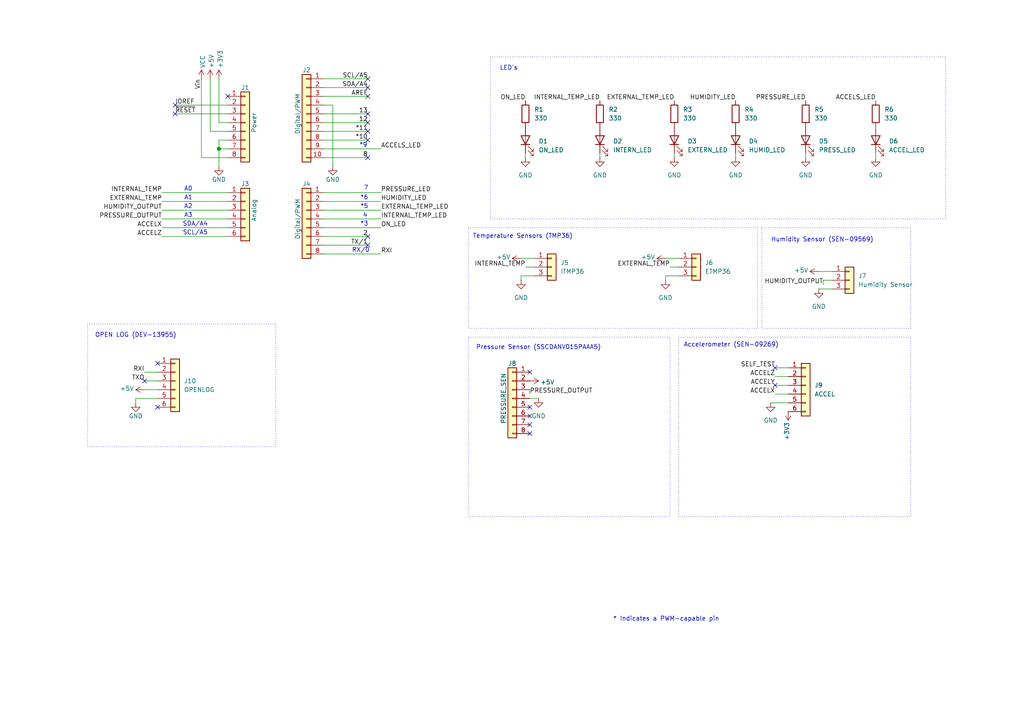
<source format=kicad_sch>
(kicad_sch (version 20231120) (generator "eeschema") (generator_version "8.0")
  (paper "A4")
  (title_block (date "mar. 31 mars 2015"))
  (lib_symbols
    (symbol "Connector_Generic:Conn_01x03" (pin_names (offset 1.016) hide)
      (property "Reference" "J" (at 0 5.08 0))
      (property "Value" "Conn_01x03" (at 0 -5.08 0))
      (symbol "Conn_01x03_1_1"
        (rectangle (start -1.27 -2.413) (end 0 -2.667) (stroke (width 0.1524)))
        (rectangle (start -1.27 0.127) (end 0 -0.127) (stroke (width 0.1524)))
        (rectangle (start -1.27 2.667) (end 0 2.413) (stroke (width 0.1524)))
        (rectangle (start -1.27 3.81) (end 1.27 -3.81) (stroke (width 0.254)) (fill (type background)))
        (pin passive line (at -5.08 2.54 0) (length 3.81) (name "Pin_1") (number "1"))
        (pin passive line (at -5.08 0 0) (length 3.81) (name "Pin_2") (number "2"))
        (pin passive line (at -5.08 -2.54 0) (length 3.81) (name "Pin_3") (number "3"))
      )
    )
    (symbol "Connector_Generic:Conn_01x06" (pin_names (offset 1.016) hide)
      (property "Reference" "J" (at 0 7.62 0))
      (property "Value" "Conn_01x06" (at 0 -10.16 0))
      (symbol "Conn_01x06_1_1"
        (rectangle (start -1.27 -7.493) (end 0 -7.747) (stroke (width 0.1524)))
        (rectangle (start -1.27 -4.953) (end 0 -5.207) (stroke (width 0.1524)))
        (rectangle (start -1.27 -2.413) (end 0 -2.667) (stroke (width 0.1524)))
        (rectangle (start -1.27 0.127) (end 0 -0.127) (stroke (width 0.1524)))
        (rectangle (start -1.27 2.667) (end 0 2.413) (stroke (width 0.1524)))
        (rectangle (start -1.27 5.207) (end 0 4.953) (stroke (width 0.1524)))
        (rectangle (start -1.27 6.35) (end 1.27 -8.89) (stroke (width 0.254)) (fill (type background)))
        (pin passive line (at -5.08 5.08 0) (length 3.81) (name "Pin_1") (number "1"))
        (pin passive line (at -5.08 2.54 0) (length 3.81) (name "Pin_2") (number "2"))
        (pin passive line (at -5.08 0 0) (length 3.81) (name "Pin_3") (number "3"))
        (pin passive line (at -5.08 -2.54 0) (length 3.81) (name "Pin_4") (number "4"))
        (pin passive line (at -5.08 -5.08 0) (length 3.81) (name "Pin_5") (number "5"))
        (pin passive line (at -5.08 -7.62 0) (length 3.81) (name "Pin_6") (number "6"))
      )
    )
    (symbol "Connector_Generic:Conn_01x08" (pin_names (offset 1.016) hide)
      (property "Reference" "J" (at 0 10.16 0))
      (property "Value" "Conn_01x08" (at 0 -12.7 0))
      (symbol "Conn_01x08_1_1"
        (rectangle (start -1.27 -10.033) (end 0 -10.287) (stroke (width 0.1524)))
        (rectangle (start -1.27 -7.493) (end 0 -7.747) (stroke (width 0.1524)))
        (rectangle (start -1.27 -4.953) (end 0 -5.207) (stroke (width 0.1524)))
        (rectangle (start -1.27 -2.413) (end 0 -2.667) (stroke (width 0.1524)))
        (rectangle (start -1.27 0.127) (end 0 -0.127) (stroke (width 0.1524)))
        (rectangle (start -1.27 2.667) (end 0 2.413) (stroke (width 0.1524)))
        (rectangle (start -1.27 5.207) (end 0 4.953) (stroke (width 0.1524)))
        (rectangle (start -1.27 7.747) (end 0 7.493) (stroke (width 0.1524)))
        (rectangle (start -1.27 8.89) (end 1.27 -11.43) (stroke (width 0.254)) (fill (type background)))
        (pin passive line (at -5.08 7.62 0) (length 3.81) (name "Pin_1") (number "1"))
        (pin passive line (at -5.08 5.08 0) (length 3.81) (name "Pin_2") (number "2"))
        (pin passive line (at -5.08 2.54 0) (length 3.81) (name "Pin_3") (number "3"))
        (pin passive line (at -5.08 0 0) (length 3.81) (name "Pin_4") (number "4"))
        (pin passive line (at -5.08 -2.54 0) (length 3.81) (name "Pin_5") (number "5"))
        (pin passive line (at -5.08 -5.08 0) (length 3.81) (name "Pin_6") (number "6"))
        (pin passive line (at -5.08 -7.62 0) (length 3.81) (name "Pin_7") (number "7"))
        (pin passive line (at -5.08 -10.16 0) (length 3.81) (name "Pin_8") (number "8"))
      )
    )
    (symbol "Connector_Generic:Conn_01x10" (pin_names (offset 1.016) hide)
      (property "Reference" "J" (at 0 12.7 0))
      (property "Value" "Conn_01x10" (at 0 -15.24 0))
      (symbol "Conn_01x10_1_1"
        (rectangle (start -1.27 -12.573) (end 0 -12.827) (stroke (width 0.1524)))
        (rectangle (start -1.27 -10.033) (end 0 -10.287) (stroke (width 0.1524)))
        (rectangle (start -1.27 -7.493) (end 0 -7.747) (stroke (width 0.1524)))
        (rectangle (start -1.27 -4.953) (end 0 -5.207) (stroke (width 0.1524)))
        (rectangle (start -1.27 -2.413) (end 0 -2.667) (stroke (width 0.1524)))
        (rectangle (start -1.27 0.127) (end 0 -0.127) (stroke (width 0.1524)))
        (rectangle (start -1.27 2.667) (end 0 2.413) (stroke (width 0.1524)))
        (rectangle (start -1.27 5.207) (end 0 4.953) (stroke (width 0.1524)))
        (rectangle (start -1.27 7.747) (end 0 7.493) (stroke (width 0.1524)))
        (rectangle (start -1.27 10.287) (end 0 10.033) (stroke (width 0.1524)))
        (rectangle (start -1.27 11.43) (end 1.27 -13.97) (stroke (width 0.254)) (fill (type background)))
        (pin passive line (at -5.08 10.16 0) (length 3.81) (name "Pin_1") (number "1"))
        (pin passive line (at -5.08 -12.7 0) (length 3.81) (name "Pin_10") (number "10"))
        (pin passive line (at -5.08 7.62 0) (length 3.81) (name "Pin_2") (number "2"))
        (pin passive line (at -5.08 5.08 0) (length 3.81) (name "Pin_3") (number "3"))
        (pin passive line (at -5.08 2.54 0) (length 3.81) (name "Pin_4") (number "4"))
        (pin passive line (at -5.08 0 0) (length 3.81) (name "Pin_5") (number "5"))
        (pin passive line (at -5.08 -2.54 0) (length 3.81) (name "Pin_6") (number "6"))
        (pin passive line (at -5.08 -5.08 0) (length 3.81) (name "Pin_7") (number "7"))
        (pin passive line (at -5.08 -7.62 0) (length 3.81) (name "Pin_8") (number "8"))
        (pin passive line (at -5.08 -10.16 0) (length 3.81) (name "Pin_9") (number "9"))
      )
    )
    (symbol "Device:LED" (pin_numbers hide) (pin_names (offset 1.016) hide)
      (property "Reference" "D" (at 0 2.54 0))
      (property "Value" "LED" (at 0 -2.54 0))
      (symbol "LED_0_1"
        (polyline (pts (xy -1.27 -1.27) (xy -1.27 1.27)) (stroke (width 0.254)))
        (polyline (pts (xy -1.27 0) (xy 1.27 0)))
        (polyline (pts (xy 1.27 -1.27) (xy 1.27 1.27) (xy -1.27 0) (xy 1.27 -1.27)) (stroke (width 0.254)))
        (polyline (pts (xy -3.048 -0.762) (xy -4.572 -2.286) (xy -3.81 -2.286) (xy -4.572 -2.286) (xy -4.572 -1.524)))
        (polyline (pts (xy -1.778 -0.762) (xy -3.302 -2.286) (xy -2.54 -2.286) (xy -3.302 -2.286) (xy -3.302 -1.524)))
      )
      (symbol "LED_1_1"
        (pin passive line (at -3.81 0 0) (length 2.54) (name "K") (number "1"))
        (pin passive line (at 3.81 0 180) (length 2.54) (name "A") (number "2"))
      )
    )
    (symbol "Device:R" (pin_numbers hide) (pin_names (offset 0))
      (property "Reference" "R" (at 2.032 0 90))
      (property "Value" "R" (at 0 0 90))
      (symbol "R_0_1"
        (rectangle (start -1.016 -2.54) (end 1.016 2.54) (stroke (width 0.254)))
      )
      (symbol "R_1_1"
        (pin passive line (at 0 3.81 270) (length 1.27) (name "~") (number "1"))
        (pin passive line (at 0 -3.81 90) (length 1.27) (name "~") (number "2"))
      )
    )
    (symbol "GND_1" (power) (pin_numbers hide) (pin_names (offset 0) hide)
      (property "Value" "GND" (at 0 -3.81 0))
      (symbol "GND_1_0_1"
        (polyline (pts (xy 0 0) (xy 0 -1.27) (xy 1.27 -1.27) (xy 0 -2.54) (xy -1.27 -1.27) (xy 0 -1.27)))
      )
      (symbol "GND_1_1_1"
        (pin power_in line (at 0 0 270) (length 0) (name "~") (number "1"))
      )
    )
    (symbol "power:+3V3" (power) (pin_names (offset 0))
      (property "Value" "+3V3" (at 0 3.556 0))
      (symbol "+3V3_0_1"
        (polyline (pts (xy -0.762 1.27) (xy 0 2.54)))
        (polyline (pts (xy 0 0) (xy 0 2.54)))
        (polyline (pts (xy 0 2.54) (xy 0.762 1.27)))
      )
      (symbol "+3V3_1_1"
        (pin power_in line (at 0 0 90) (length 0) hide (name "+3V3") (number "1"))
      )
    )
    (symbol "power:+5V" (power) (pin_names (offset 0))
      (property "Value" "+5V" (at 0 3.556 0))
      (symbol "+5V_0_1"
        (polyline (pts (xy -0.762 1.27) (xy 0 2.54)))
        (polyline (pts (xy 0 0) (xy 0 2.54)))
        (polyline (pts (xy 0 2.54) (xy 0.762 1.27)))
      )
      (symbol "+5V_1_1"
        (pin power_in line (at 0 0 90) (length 0) hide (name "+5V") (number "1"))
      )
    )
    (symbol "power:GND" (power) (pin_names (offset 0))
      (property "Value" "GND" (at 0 -3.81 0))
      (symbol "GND_0_1"
        (polyline (pts (xy 0 0) (xy 0 -1.27) (xy 1.27 -1.27) (xy 0 -2.54) (xy -1.27 -1.27) (xy 0 -1.27)))
      )
      (symbol "GND_1_1"
        (pin power_in line (at 0 0 270) (length 0) hide (name "GND") (number "1"))
      )
    )
    (symbol "power:VCC" (power) (pin_names (offset 0))
      (property "Value" "VCC" (at 0 3.81 0))
      (symbol "VCC_0_1"
        (polyline (pts (xy -0.762 1.27) (xy 0 2.54)))
        (polyline (pts (xy 0 0) (xy 0 2.54)))
        (polyline (pts (xy 0 2.54) (xy 0.762 1.27)))
      )
      (symbol "VCC_1_1"
        (pin power_in line (at 0 0 90) (length 0) hide (name "VCC") (number "1"))
      )
    )
  )
  (junction (at 63.5 43.18) (diameter 1.016))
  (no_connect (at 106.68 25.4))
  (no_connect (at 153.67 118.11))
  (no_connect (at 41.91 110.49))
  (no_connect (at 224.79 111.76))
  (no_connect (at 153.67 107.95))
  (no_connect (at 45.72 118.11))
  (no_connect (at 50.8 30.48))
  (no_connect (at 45.72 105.41))
  (no_connect (at 106.68 27.94))
  (no_connect (at 153.67 123.19))
  (no_connect (at 153.67 125.73))
  (no_connect (at 106.68 45.72))
  (no_connect (at 106.68 22.86))
  (no_connect (at 106.68 68.58))
  (no_connect (at 106.68 40.64))
  (no_connect (at 106.68 35.56))
  (no_connect (at 106.68 38.1))
  (no_connect (at 224.79 106.68))
  (no_connect (at 106.68 71.12))
  (no_connect (at 66.04 27.94))
  (no_connect (at 50.8 33.02))
  (no_connect (at 106.68 33.02))
  (no_connect (at 153.67 120.65))
  (wire (pts (xy 93.98 73.66) (xy 110.49 73.66)))
  (wire (pts (xy 196.85 80.01) (xy 193.04 80.01)))
  (wire (pts (xy 93.98 40.64) (xy 106.68 40.64)))
  (wire (pts (xy 254 44.45) (xy 254 45.72)))
  (wire (pts (xy 93.98 22.86) (xy 106.68 22.86)))
  (wire (pts (xy 224.79 106.68) (xy 228.6 106.68)))
  (wire (pts (xy 224.79 114.3) (xy 228.6 114.3)))
  (wire (pts (xy 194.31 77.47) (xy 196.85 77.47)))
  (wire (pts (xy 193.04 74.93) (xy 196.85 74.93)))
  (wire (pts (xy 223.52 116.84) (xy 228.6 116.84)))
  (wire (pts (xy 63.5 40.64) (xy 63.5 43.18)))
  (wire (pts (xy 39.37 115.57) (xy 39.37 116.84)))
  (wire (pts (xy 195.58 44.45) (xy 195.58 45.72)))
  (wire (pts (xy 63.5 43.18) (xy 63.5 48.26)))
  (wire (pts (xy 63.5 35.56) (xy 66.04 35.56)))
  (wire (pts (xy 60.96 38.1) (xy 66.04 38.1)))
  (wire (pts (xy 60.96 22.86) (xy 60.96 38.1)))
  (wire (pts (xy 153.67 115.57) (xy 156.21 115.57)))
  (wire (pts (xy 233.68 44.45) (xy 233.68 45.72)))
  (wire (pts (xy 93.98 33.02) (xy 106.68 33.02)))
  (wire (pts (xy 63.5 22.86) (xy 63.5 35.56)))
  (wire (pts (xy 93.98 55.88) (xy 110.49 55.88)))
  (wire (pts (xy 93.98 35.56) (xy 106.68 35.56)))
  (wire (pts (xy 93.98 58.42) (xy 110.49 58.42)))
  (wire (pts (xy 152.4 77.47) (xy 154.94 77.47)))
  (wire (pts (xy 152.4 44.45) (xy 152.4 45.72)))
  (wire (pts (xy 46.99 60.96) (xy 66.04 60.96)))
  (wire (pts (xy 241.3 81.28) (xy 238.76 81.28)))
  (wire (pts (xy 238.76 81.28) (xy 238.76 82.55)))
  (wire (pts (xy 46.99 68.58) (xy 66.04 68.58)))
  (wire (pts (xy 93.98 43.18) (xy 110.49 43.18)))
  (wire (pts (xy 93.98 63.5) (xy 110.49 63.5)))
  (wire (pts (xy 193.04 80.01) (xy 193.04 81.28)))
  (wire (pts (xy 173.99 44.45) (xy 173.99 45.72)))
  (wire (pts (xy 50.8 30.48) (xy 66.04 30.48)))
  (wire (pts (xy 45.72 115.57) (xy 39.37 115.57)))
  (wire (pts (xy 96.52 30.48) (xy 96.52 48.26)))
  (wire (pts (xy 93.98 27.94) (xy 106.68 27.94)))
  (wire (pts (xy 224.79 109.22) (xy 228.6 109.22)))
  (wire (pts (xy 151.13 80.01) (xy 151.13 81.28)))
  (wire (pts (xy 50.8 33.02) (xy 66.04 33.02)))
  (wire (pts (xy 46.99 58.42) (xy 66.04 58.42)))
  (wire (pts (xy 66.04 43.18) (xy 63.5 43.18)))
  (wire (pts (xy 46.99 66.04) (xy 66.04 66.04)))
  (wire (pts (xy 66.04 45.72) (xy 58.42 45.72)))
  (wire (pts (xy 213.36 44.45) (xy 213.36 45.72)))
  (wire (pts (xy 153.67 113.03) (xy 153.67 114.3)))
  (wire (pts (xy 41.91 107.95) (xy 45.72 107.95)))
  (wire (pts (xy 46.99 55.88) (xy 66.04 55.88)))
  (wire (pts (xy 237.49 83.82) (xy 241.3 83.82)))
  (wire (pts (xy 93.98 30.48) (xy 96.52 30.48)))
  (wire (pts (xy 151.13 74.93) (xy 154.94 74.93)))
  (wire (pts (xy 66.04 40.64) (xy 63.5 40.64)))
  (wire (pts (xy 41.91 113.03) (xy 45.72 113.03)))
  (wire (pts (xy 237.49 78.74) (xy 241.3 78.74)))
  (wire (pts (xy 93.98 38.1) (xy 106.68 38.1)))
  (wire (pts (xy 93.98 60.96) (xy 110.49 60.96)))
  (wire (pts (xy 224.79 111.76) (xy 228.6 111.76)))
  (wire (pts (xy 93.98 25.4) (xy 106.68 25.4)))
  (wire (pts (xy 93.98 68.58) (xy 106.68 68.58)))
  (wire (pts (xy 93.98 66.04) (xy 110.49 66.04)))
  (wire (pts (xy 41.91 110.49) (xy 45.72 110.49)))
  (wire (pts (xy 93.98 71.12) (xy 106.68 71.12)))
  (wire (pts (xy 58.42 45.72) (xy 58.42 22.86)))
  (wire (pts (xy 154.94 80.01) (xy 151.13 80.01)))
  (wire (pts (xy 93.98 45.72) (xy 106.68 45.72)))
  (wire (pts (xy 46.99 63.5) (xy 66.04 63.5)))
  (rectangle (start 196.85 97.79) (end 264.16 149.86) (stroke (width 0) (type dot)))
  (rectangle (start 142.24 16.51) (end 274.32 63.5) (stroke (width 0) (type dot)))
  (rectangle (start 220.98 66.04) (end 264.16 95.25) (stroke (width 0) (type dot)))
  (rectangle (start 135.89 66.04) (end 219.71 95.25) (stroke (width 0) (type dot)))
  (rectangle (start 25.4 93.98) (end 80.01 129.54) (stroke (width 0) (type dot)))
  (rectangle (start 135.89 97.79) (end 194.31 149.86) (stroke (width 0) (type dot)))
  (text "4" (at 105.918 62.484 0) (effects (font (size 1.27 1.27))))
  (text "Accelerometer (SEN-09269)" (at 212.09 100.076 0) (effects (font (size 1.27 1.27))))
  (text "OPEN LOG (DEV-13955)" (at 39.37 97.282 0) (effects (font (size 1.27 1.27))))
  (text "SCL/A5" (at 56.642 67.564 0) (effects (font (size 1.27 1.27))))
  (text "RX/0" (at 104.648 72.644 0) (effects (font (size 1.27 1.27))))
  (text "Pressure Sensor (SSCDANV015PAAA5)" (at 156.21 100.838 0) (effects (font (size 1.27 1.27))))
  (text "A1" (at 54.61 57.404 0) (effects (font (size 1.27 1.27))))
  (text "A0" (at 54.61 54.864 0) (effects (font (size 1.27 1.27))))
  (text "*5" (at 105.664 59.944 0) (effects (font (size 1.27 1.27))))
  (text "LED's" (at 147.574 19.812 0) (effects (font (size 1.27 1.27))))
  (text "*6" (at 105.664 57.404 0) (effects (font (size 1.27 1.27))))
  (text "SDA/A4" (at 56.642 65.024 0) (effects (font (size 1.27 1.27))))
  (text "A3" (at 54.61 62.484 0) (effects (font (size 1.27 1.27))))
  (text "A2" (at 54.61 59.944 0) (effects (font (size 1.27 1.27))))
  (text "*3" (at 105.664 65.024 0) (effects (font (size 1.27 1.27))))
  (text "* Indicates a PWM-capable pin" (at 177.8 180.34 0) (effects (font (size 1.27 1.27)) (justify left bottom)))
  (text "Temperature Sensors (TMP36)" (at 151.638 68.58 0) (effects (font (size 1.27 1.27))))
  (text "Humidity Sensor (SEN-09569)" (at 238.506 69.596 0) (effects (font (size 1.27 1.27))))
  (text "*9" (at 105.41 42.164 0) (effects (font (size 1.27 1.27))))
  (text "7" (at 106.172 54.61 0) (effects (font (size 1.27 1.27))))
  (label "ACCELS_LED" (at 254 29.21 180))
  (label "INTERNAL_TEMP" (at 152.4 77.47 180))
  (label "HUMIDITY_LED" (at 213.36 29.21 180))
  (label "2" (at 106.68 68.58 180))
  (label "HUMIDITY_OUTPUT" (at 46.99 60.96 180))
  (label "13" (at 106.68 33.02 180))
  (label "ACCELX" (at 46.99 66.04 180))
  (label "TXO" (at 41.91 110.49 180))
  (label "12" (at 106.68 35.56 180))
  (label "EXTERNAL_TEMP_LED" (at 195.58 29.21 180))
  (label "~{RESET}" (at 50.8 33.02 0))
  (label "PRESSURE_OUTPUT" (at 46.99 63.5 180))
  (label "ON_LED" (at 152.4 29.21 180))
  (label "*10" (at 106.68 40.64 180))
  (label "RXI" (at 110.49 73.66 0))
  (label "HUMIDITY_LED" (at 110.49 58.42 0))
  (label "ACCELY" (at 224.79 111.76 180))
  (label "EXTERNAL_TEMP" (at 194.31 77.47 180))
  (label "INTERNAL_TEMP" (at 46.99 55.88 180))
  (label "ACCELX" (at 224.79 114.3 180))
  (label "SDA{slash}A4" (at 106.68 25.4 180))
  (label "8" (at 106.68 45.72 180))
  (label "ACCELS_LED" (at 110.49 43.18 0))
  (label "PRESSURE_LED" (at 233.68 29.21 180))
  (label "INTERNAL_TEMP_LED" (at 110.49 63.5 0))
  (label "EXTERNAL_TEMP" (at 46.99 58.42 180))
  (label "*11" (at 106.68 38.1 180))
  (label "ACCELZ" (at 224.79 109.22 180))
  (label "HUMIDITY_OUTPUT" (at 238.76 82.55 180))
  (label "TX{slash}1" (at 106.68 71.12 180))
  (label "INTERNAL_TEMP_LED" (at 173.99 29.21 180))
  (label "AREF" (at 106.68 27.94 180))
  (label "Vin" (at 58.42 22.86 270))
  (label "PRESSURE_LED" (at 110.49 55.88 0))
  (label "SCL{slash}A5" (at 106.68 22.86 180))
  (label "EXTERNAL_TEMP_LED" (at 110.49 60.96 0))
  (label "SELF_TEST" (at 224.79 106.68 180))
  (label "IOREF" (at 50.8 30.48 0))
  (label "ACCELZ" (at 46.99 68.58 180))
  (label "ON_LED" (at 110.49 66.04 0))
  (label "PRESSURE_OUTPUT" (at 153.67 114.3 0))
  (label "RXI" (at 41.91 107.95 180))
  (symbol (lib_id "Connector_Generic:Conn_01x08") (at 71.12 35.56 0) (unit 1)
    (property "Reference" "J1" (at 71.12 25.4 0))
    (property "Value" "Power" (at 73.66 35.56 90))
    (property "Footprint" "Connector_PinSocket_2.54mm:PinSocket_1x08_P2.54mm_Vertical" (effects (hide yes)))
  )
  (symbol (lib_id "power:+3V3") (at 63.5 22.86 0) (unit 1)
    (property "Reference" "#PWR03" (effects (hide yes)))
    (property "Value" "+3V3" (at 63.881 19.812 90) (effects (justify left)))
  )
  (symbol (lib_id "power:+5V") (at 60.96 22.86 0) (unit 1)
    (property "Reference" "#PWR02" (effects (hide yes)))
    (property "Value" "+5V" (at 61.3156 19.812 90) (effects (justify left)))
  )
  (symbol (lib_id "power:GND") (at 63.5 48.26 0) (unit 1)
    (property "Reference" "#PWR04" (effects (hide yes)))
    (property "Value" "GND" (at 63.5 52.07 0))
  )
  (symbol (lib_id "Connector_Generic:Conn_01x10") (at 88.9 33.02 0) (mirror y) (unit 1)
    (property "Reference" "J2" (at 88.9 20.32 0))
    (property "Value" "Digital/PWM" (at 86.36 33.02 90))
    (property "Footprint" "Connector_PinSocket_2.54mm:PinSocket_1x10_P2.54mm_Vertical" (effects (hide yes)))
  )
  (symbol (lib_id "power:GND") (at 96.52 48.26 0) (unit 1)
    (property "Reference" "#PWR05" (effects (hide yes)))
    (property "Value" "GND" (at 96.52 52.07 0))
  )
  (symbol (lib_id "Connector_Generic:Conn_01x06") (at 71.12 60.96 0) (unit 1)
    (property "Reference" "J3" (at 71.12 53.34 0))
    (property "Value" "Analog" (at 73.66 60.96 90))
    (property "Footprint" "Connector_PinSocket_2.54mm:PinSocket_1x06_P2.54mm_Vertical" (effects (hide yes)))
  )
  (symbol (lib_id "Connector_Generic:Conn_01x08") (at 88.9 63.5 0) (mirror y) (unit 1)
    (property "Reference" "J4" (at 88.9 53.34 0))
    (property "Value" "Digital/PWM" (at 86.36 63.5 90))
    (property "Footprint" "Connector_PinSocket_2.54mm:PinSocket_1x08_P2.54mm_Vertical" (effects (hide yes)))
  )
  (symbol (lib_name "GND_1") (lib_id "power:GND") (at 254 45.72 0) (unit 1)
    (property "Reference" "#PWR011" (effects (hide yes)))
    (property "Value" "GND" (at 254 50.8 0))
    (property "Description" "Power symbol creates a global label with name \"GND\" , ground" (effects (hide yes)))
  )
  (symbol (lib_id "power:+5V") (at 41.91 113.03 90) (unit 1)
    (property "Reference" "#PWR022" (effects (hide yes)))
    (property "Value" "+5V" (at 38.862 112.6744 90) (effects (justify left)))
  )
  (symbol (lib_id "Device:R") (at 213.36 33.02 0) (unit 1)
    (property "Reference" "R4" (at 215.9 31.7499 0) (effects (justify left)))
    (property "Value" "330" (at 215.9 34.2899 0) (effects (justify left)))
    (property "Footprint" "Resistor_THT:R_Axial_DIN0207_L6.3mm_D2.5mm_P10.16mm_Horizontal" (effects (hide yes)))
    (property "Description" "Resistor" (effects (hide yes)))
  )
  (symbol (lib_id "Device:LED") (at 173.99 40.64 90) (unit 1)
    (property "Reference" "D2" (at 177.8 40.9574 90) (effects (justify right)))
    (property "Value" "INTERN_LED" (at 177.8 43.4974 90) (effects (justify right)))
    (property "Footprint" "LED_THT:LED_D5.0mm" (effects (hide yes)))
    (property "Description" "Light emitting diode" (effects (hide yes)))
  )
  (symbol (lib_id "Device:R") (at 233.68 33.02 0) (unit 1)
    (property "Reference" "R5" (at 236.22 31.7499 0) (effects (justify left)))
    (property "Value" "330" (at 236.22 34.2899 0) (effects (justify left)))
    (property "Footprint" "Resistor_THT:R_Axial_DIN0207_L6.3mm_D2.5mm_P10.16mm_Horizontal" (effects (hide yes)))
    (property "Description" "Resistor" (effects (hide yes)))
  )
  (symbol (lib_name "GND_1") (lib_id "power:GND") (at 173.99 45.72 0) (unit 1)
    (property "Reference" "#PWR07" (effects (hide yes)))
    (property "Value" "GND" (at 173.99 50.8 0))
    (property "Description" "Power symbol creates a global label with name \"GND\" , ground" (effects (hide yes)))
  )
  (symbol (lib_id "Device:LED") (at 152.4 40.64 90) (unit 1)
    (property "Reference" "D1" (at 156.21 40.9574 90) (effects (justify right)))
    (property "Value" "ON_LED" (at 156.21 43.4974 90) (effects (justify right)))
    (property "Footprint" "LED_THT:LED_D5.0mm" (effects (hide yes)))
    (property "Description" "Light emitting diode" (effects (hide yes)))
  )
  (symbol (lib_id "power:+5V") (at 151.13 74.93 90) (unit 1)
    (property "Reference" "#PWR012" (effects (hide yes)))
    (property "Value" "+5V" (at 148.082 74.5744 90) (effects (justify left)))
  )
  (symbol (lib_name "GND_1") (lib_id "power:GND") (at 223.52 116.84 0) (unit 1)
    (property "Reference" "#PWR020" (effects (hide yes)))
    (property "Value" "GND" (at 223.52 121.92 0))
    (property "Description" "Power symbol creates a global label with name \"GND\" , ground" (effects (hide yes)))
  )
  (symbol (lib_id "Device:R") (at 173.99 33.02 0) (unit 1)
    (property "Reference" "R2" (at 176.53 31.7499 0) (effects (justify left)))
    (property "Value" "330" (at 176.53 34.2899 0) (effects (justify left)))
    (property "Footprint" "Resistor_THT:R_Axial_DIN0207_L6.3mm_D2.5mm_P10.16mm_Horizontal" (effects (hide yes)))
    (property "Description" "Resistor" (effects (hide yes)))
  )
  (symbol (lib_name "GND_1") (lib_id "power:GND") (at 213.36 45.72 0) (unit 1)
    (property "Reference" "#PWR09" (effects (hide yes)))
    (property "Value" "GND" (at 213.36 50.8 0))
    (property "Description" "Power symbol creates a global label with name \"GND\" , ground" (effects (hide yes)))
  )
  (symbol (lib_name "GND_1") (lib_id "power:GND") (at 193.04 81.28 0) (unit 1)
    (property "Reference" "#PWR015" (effects (hide yes)))
    (property "Value" "GND" (at 193.04 86.36 0))
    (property "Description" "Power symbol creates a global label with name \"GND\" , ground" (effects (hide yes)))
  )
  (symbol (lib_id "power:+5V") (at 153.67 110.49 270) (unit 1)
    (property "Reference" "#PWR018" (effects (hide yes)))
    (property "Value" "+5V" (at 156.718 110.8456 90) (effects (justify left)))
  )
  (symbol (lib_id "power:+5V") (at 237.49 78.74 90) (unit 1)
    (property "Reference" "#PWR016" (effects (hide yes)))
    (property "Value" "+5V" (at 234.442 78.3844 90) (effects (justify left)))
  )
  (symbol (lib_id "Connector_Generic:Conn_01x06") (at 50.8 110.49 0) (unit 1)
    (property "Reference" "J10" (at 53.34 110.4899 0) (effects (justify left)))
    (property "Value" "OPENLOG" (at 53.34 113.0299 0) (effects (justify left)))
    (property "Footprint" "Connector_PinHeader_2.00mm:PinHeader_1x06_P2.00mm_Vertical" (effects (hide yes)))
    (property "Description" "Generic connector, single row, 01x06, script generated (kicad-library-utils/schlib/autogen/connector/)" (effects (hide yes)))
  )
  (symbol (lib_id "Device:LED") (at 254 40.64 90) (unit 1)
    (property "Reference" "D6" (at 257.81 40.9574 90) (effects (justify right)))
    (property "Value" "ACCEL_LED" (at 257.81 43.4974 90) (effects (justify right)))
    (property "Footprint" "LED_THT:LED_D5.0mm" (effects (hide yes)))
    (property "Description" "Light emitting diode" (effects (hide yes)))
  )
  (symbol (lib_name "GND_1") (lib_id "power:GND") (at 156.21 115.57 0) (unit 1)
    (property "Reference" "#PWR019" (effects (hide yes)))
    (property "Value" "GND" (at 156.21 120.65 0))
    (property "Description" "Power symbol creates a global label with name \"GND\" , ground" (effects (hide yes)))
  )
  (symbol (lib_id "power:VCC") (at 58.42 22.86 0) (unit 1)
    (property "Reference" "#PWR01" (effects (hide yes)))
    (property "Value" "VCC" (at 58.801 19.812 90) (effects (justify left)))
  )
  (symbol (lib_name "GND_1") (lib_id "power:GND") (at 152.4 45.72 0) (unit 1)
    (property "Reference" "#PWR06" (effects (hide yes)))
    (property "Value" "GND" (at 152.4 50.8 0))
    (property "Description" "Power symbol creates a global label with name \"GND\" , ground" (effects (hide yes)))
  )
  (symbol (lib_name "GND_1") (lib_id "power:GND") (at 151.13 81.28 0) (unit 1)
    (property "Reference" "#PWR014" (effects (hide yes)))
    (property "Value" "GND" (at 151.13 86.36 0))
    (property "Description" "Power symbol creates a global label with name \"GND\" , ground" (effects (hide yes)))
  )
  (symbol (lib_name "GND_1") (lib_id "power:GND") (at 195.58 45.72 0) (unit 1)
    (property "Reference" "#PWR08" (effects (hide yes)))
    (property "Value" "GND" (at 195.58 50.8 0))
    (property "Description" "Power symbol creates a global label with name \"GND\" , ground" (effects (hide yes)))
  )
  (symbol (lib_id "power:+5V") (at 193.04 74.93 90) (unit 1)
    (property "Reference" "#PWR013" (effects (hide yes)))
    (property "Value" "+5V" (at 189.992 74.5744 90) (effects (justify left)))
  )
  (symbol (lib_id "Connector_Generic:Conn_01x03") (at 246.38 81.28 0) (unit 1)
    (property "Reference" "J7" (at 248.92 80.0099 0) (effects (justify left)))
    (property "Value" "Humidity Sensor" (at 248.92 82.5499 0) (effects (justify left)))
    (property "Footprint" "Connector_PinHeader_2.54mm:PinHeader_1x03_P2.54mm_Vertical" (effects (hide yes)))
    (property "Description" "Generic connector, single row, 01x03, script generated (kicad-library-utils/schlib/autogen/connector/)" (effects (hide yes)))
  )
  (symbol (lib_id "Device:LED") (at 213.36 40.64 90) (unit 1)
    (property "Reference" "D4" (at 217.17 40.9574 90) (effects (justify right)))
    (property "Value" "HUMID_LED" (at 217.17 43.4974 90) (effects (justify right)))
    (property "Footprint" "LED_THT:LED_D5.0mm" (effects (hide yes)))
    (property "Description" "Light emitting diode" (effects (hide yes)))
  )
  (symbol (lib_id "Connector_Generic:Conn_01x08") (at 148.59 115.57 0) (mirror y) (unit 1)
    (property "Reference" "J8" (at 148.59 105.41 0))
    (property "Value" "PRESSURE_SEN" (at 146.05 115.57 90))
    (property "Footprint" "Pressure_Sensor:SSCDANV015PAAA5" (effects (hide yes)))
  )
  (symbol (lib_id "Device:R") (at 152.4 33.02 0) (unit 1)
    (property "Reference" "R1" (at 154.94 31.7499 0) (effects (justify left)))
    (property "Value" "330" (at 154.94 34.2899 0) (effects (justify left)))
    (property "Footprint" "Resistor_THT:R_Axial_DIN0207_L6.3mm_D2.5mm_P10.16mm_Horizontal" (effects (hide yes)))
    (property "Description" "Resistor" (effects (hide yes)))
  )
  (symbol (lib_id "Device:R") (at 195.58 33.02 0) (unit 1)
    (property "Reference" "R3" (at 198.12 31.7499 0) (effects (justify left)))
    (property "Value" "330" (at 198.12 34.2899 0) (effects (justify left)))
    (property "Footprint" "Resistor_THT:R_Axial_DIN0207_L6.3mm_D2.5mm_P10.16mm_Horizontal" (effects (hide yes)))
    (property "Description" "Resistor" (effects (hide yes)))
  )
  (symbol (lib_id "Device:LED") (at 233.68 40.64 90) (unit 1)
    (property "Reference" "D5" (at 237.49 40.9574 90) (effects (justify right)))
    (property "Value" "PRESS_LED" (at 237.49 43.4974 90) (effects (justify right)))
    (property "Footprint" "LED_THT:LED_D5.0mm" (effects (hide yes)))
    (property "Description" "Light emitting diode" (effects (hide yes)))
  )
  (symbol (lib_id "Device:LED") (at 195.58 40.64 90) (unit 1)
    (property "Reference" "D3" (at 199.39 40.9574 90) (effects (justify right)))
    (property "Value" "EXTERN_LED" (at 199.39 43.4974 90) (effects (justify right)))
    (property "Footprint" "LED_THT:LED_D5.0mm" (effects (hide yes)))
    (property "Description" "Light emitting diode" (effects (hide yes)))
  )
  (symbol (lib_name "GND_1") (lib_id "power:GND") (at 237.49 83.82 0) (unit 1)
    (property "Reference" "#PWR017" (effects (hide yes)))
    (property "Value" "GND" (at 237.49 88.9 0))
    (property "Description" "Power symbol creates a global label with name \"GND\" , ground" (effects (hide yes)))
  )
  (symbol (lib_id "power:+3V3") (at 228.6 119.38 180) (unit 1)
    (property "Reference" "#PWR021" (effects (hide yes)))
    (property "Value" "+3V3" (at 228.219 122.428 90) (effects (justify left)))
  )
  (symbol (lib_id "Connector_Generic:Conn_01x03") (at 201.93 77.47 0) (unit 1)
    (property "Reference" "J6" (at 204.47 76.1999 0) (effects (justify left)))
    (property "Value" "ETMP36" (at 204.47 78.7399 0) (effects (justify left)))
    (property "Footprint" "Library:TMP36" (effects (hide yes)))
    (property "Description" "Generic connector, single row, 01x03, script generated (kicad-library-utils/schlib/autogen/connector/)" (effects (hide yes)))
  )
  (symbol (lib_id "Device:R") (at 254 33.02 0) (unit 1)
    (property "Reference" "R6" (at 256.54 31.7499 0) (effects (justify left)))
    (property "Value" "330" (at 256.54 34.2899 0) (effects (justify left)))
    (property "Footprint" "Resistor_THT:R_Axial_DIN0207_L6.3mm_D2.5mm_P10.16mm_Horizontal" (effects (hide yes)))
    (property "Description" "Resistor" (effects (hide yes)))
  )
  (symbol (lib_name "GND_1") (lib_id "power:GND") (at 233.68 45.72 0) (unit 1)
    (property "Reference" "#PWR010" (effects (hide yes)))
    (property "Value" "GND" (at 233.68 50.8 0))
    (property "Description" "Power symbol creates a global label with name \"GND\" , ground" (effects (hide yes)))
  )
  (symbol (lib_id "Connector_Generic:Conn_01x03") (at 160.02 77.47 0) (unit 1)
    (property "Reference" "J5" (at 162.56 76.1999 0) (effects (justify left)))
    (property "Value" "ITMP36" (at 162.56 78.7399 0) (effects (justify left)))
    (property "Footprint" "Library:TMP36" (effects (hide yes)))
    (property "Description" "Generic connector, single row, 01x03, script generated (kicad-library-utils/schlib/autogen/connector/)" (effects (hide yes)))
  )
  (symbol (lib_id "power:GND") (at 39.37 116.84 0) (unit 1)
    (property "Reference" "#PWR023" (effects (hide yes)))
    (property "Value" "GND" (at 39.37 120.65 0))
  )
  (symbol (lib_id "Connector_Generic:Conn_01x06") (at 233.68 111.76 0) (unit 1)
    (property "Reference" "J9" (at 236.22 111.7599 0) (effects (justify left)))
    (property "Value" "ACCEL" (at 236.22 114.2999 0) (effects (justify left)))
    (property "Footprint" "Connector_PinHeader_2.54mm:PinHeader_1x06_P2.54mm_Vertical" (effects (hide yes)))
    (property "Description" "Generic connector, single row, 01x06, script generated (kicad-library-utils/schlib/autogen/connector/)" (effects (hide yes)))
  )
)
</source>
